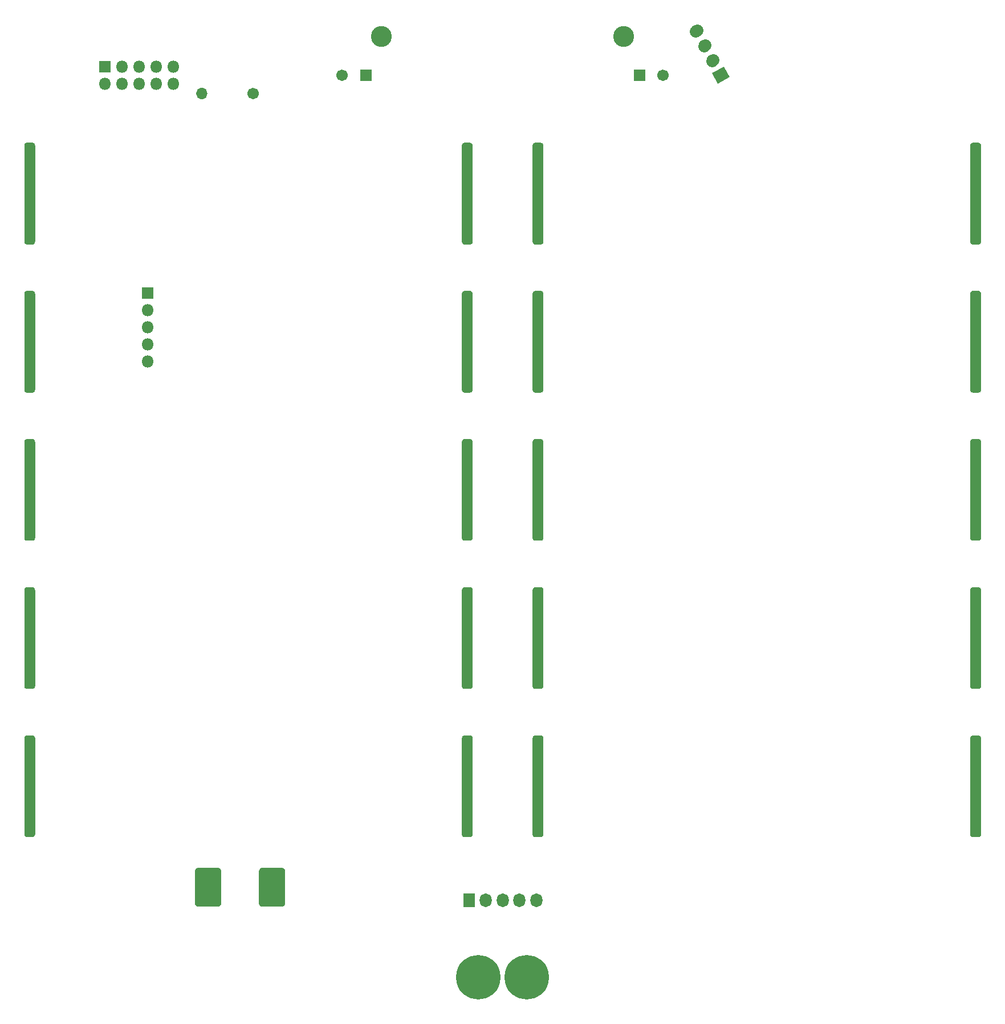
<source format=gbr>
G04 #@! TF.GenerationSoftware,KiCad,Pcbnew,(5.0.0)*
G04 #@! TF.CreationDate,2019-02-19T22:24:29-05:00*
G04 #@! TF.ProjectId,FusIon Pack,467573496F6E205061636B2E6B696361,rev?*
G04 #@! TF.SameCoordinates,Original*
G04 #@! TF.FileFunction,Soldermask,Bot*
G04 #@! TF.FilePolarity,Negative*
%FSLAX46Y46*%
G04 Gerber Fmt 4.6, Leading zero omitted, Abs format (unit mm)*
G04 Created by KiCad (PCBNEW (5.0.0)) date 02/19/19 22:24:29*
%MOMM*%
%LPD*%
G01*
G04 APERTURE LIST*
%ADD10C,0.100000*%
%ADD11C,1.601600*%
%ADD12C,1.701600*%
%ADD13R,1.701600X1.701600*%
%ADD14C,3.901600*%
%ADD15O,1.801600X1.801600*%
%ADD16R,1.801600X1.801600*%
%ADD17C,6.601600*%
%ADD18O,1.701600X1.701600*%
%ADD19O,1.801600X2.051600*%
%ADD20R,1.801600X2.051600*%
%ADD21C,1.801600*%
%ADD22C,1.801600*%
%ADD23C,3.101600*%
G04 APERTURE END LIST*
D10*
G04 #@! TO.C,BT1*
G36*
X44189646Y-137451128D02*
X44228514Y-137456894D01*
X44266630Y-137466441D01*
X44303626Y-137479679D01*
X44339147Y-137496479D01*
X44372850Y-137516680D01*
X44404411Y-137540087D01*
X44433526Y-137566474D01*
X44459913Y-137595589D01*
X44483320Y-137627150D01*
X44503521Y-137660853D01*
X44520321Y-137696374D01*
X44533559Y-137733370D01*
X44543106Y-137771486D01*
X44548872Y-137810354D01*
X44550800Y-137849600D01*
X44550800Y-152150400D01*
X44548872Y-152189646D01*
X44543106Y-152228514D01*
X44533559Y-152266630D01*
X44520321Y-152303626D01*
X44503521Y-152339147D01*
X44483320Y-152372850D01*
X44459913Y-152404411D01*
X44433526Y-152433526D01*
X44404411Y-152459913D01*
X44372850Y-152483320D01*
X44339147Y-152503521D01*
X44303626Y-152520321D01*
X44266630Y-152533559D01*
X44228514Y-152543106D01*
X44189646Y-152548872D01*
X44150400Y-152550800D01*
X43349600Y-152550800D01*
X43310354Y-152548872D01*
X43271486Y-152543106D01*
X43233370Y-152533559D01*
X43196374Y-152520321D01*
X43160853Y-152503521D01*
X43127150Y-152483320D01*
X43095589Y-152459913D01*
X43066474Y-152433526D01*
X43040087Y-152404411D01*
X43016680Y-152372850D01*
X42996479Y-152339147D01*
X42979679Y-152303626D01*
X42966441Y-152266630D01*
X42956894Y-152228514D01*
X42951128Y-152189646D01*
X42949200Y-152150400D01*
X42949200Y-137849600D01*
X42951128Y-137810354D01*
X42956894Y-137771486D01*
X42966441Y-137733370D01*
X42979679Y-137696374D01*
X42996479Y-137660853D01*
X43016680Y-137627150D01*
X43040087Y-137595589D01*
X43066474Y-137566474D01*
X43095589Y-137540087D01*
X43127150Y-137516680D01*
X43160853Y-137496479D01*
X43196374Y-137479679D01*
X43233370Y-137466441D01*
X43271486Y-137456894D01*
X43310354Y-137451128D01*
X43349600Y-137449200D01*
X44150400Y-137449200D01*
X44189646Y-137451128D01*
X44189646Y-137451128D01*
G37*
D11*
X43750000Y-145000000D03*
D10*
G36*
X109189646Y-137451128D02*
X109228514Y-137456894D01*
X109266630Y-137466441D01*
X109303626Y-137479679D01*
X109339147Y-137496479D01*
X109372850Y-137516680D01*
X109404411Y-137540087D01*
X109433526Y-137566474D01*
X109459913Y-137595589D01*
X109483320Y-137627150D01*
X109503521Y-137660853D01*
X109520321Y-137696374D01*
X109533559Y-137733370D01*
X109543106Y-137771486D01*
X109548872Y-137810354D01*
X109550800Y-137849600D01*
X109550800Y-152150400D01*
X109548872Y-152189646D01*
X109543106Y-152228514D01*
X109533559Y-152266630D01*
X109520321Y-152303626D01*
X109503521Y-152339147D01*
X109483320Y-152372850D01*
X109459913Y-152404411D01*
X109433526Y-152433526D01*
X109404411Y-152459913D01*
X109372850Y-152483320D01*
X109339147Y-152503521D01*
X109303626Y-152520321D01*
X109266630Y-152533559D01*
X109228514Y-152543106D01*
X109189646Y-152548872D01*
X109150400Y-152550800D01*
X108349600Y-152550800D01*
X108310354Y-152548872D01*
X108271486Y-152543106D01*
X108233370Y-152533559D01*
X108196374Y-152520321D01*
X108160853Y-152503521D01*
X108127150Y-152483320D01*
X108095589Y-152459913D01*
X108066474Y-152433526D01*
X108040087Y-152404411D01*
X108016680Y-152372850D01*
X107996479Y-152339147D01*
X107979679Y-152303626D01*
X107966441Y-152266630D01*
X107956894Y-152228514D01*
X107951128Y-152189646D01*
X107949200Y-152150400D01*
X107949200Y-137849600D01*
X107951128Y-137810354D01*
X107956894Y-137771486D01*
X107966441Y-137733370D01*
X107979679Y-137696374D01*
X107996479Y-137660853D01*
X108016680Y-137627150D01*
X108040087Y-137595589D01*
X108066474Y-137566474D01*
X108095589Y-137540087D01*
X108127150Y-137516680D01*
X108160853Y-137496479D01*
X108196374Y-137479679D01*
X108233370Y-137466441D01*
X108271486Y-137456894D01*
X108310354Y-137451128D01*
X108349600Y-137449200D01*
X109150400Y-137449200D01*
X109189646Y-137451128D01*
X109189646Y-137451128D01*
G37*
D11*
X108750000Y-145000000D03*
G04 #@! TD*
D10*
G04 #@! TO.C,BT2*
G36*
X109189646Y-115451128D02*
X109228514Y-115456894D01*
X109266630Y-115466441D01*
X109303626Y-115479679D01*
X109339147Y-115496479D01*
X109372850Y-115516680D01*
X109404411Y-115540087D01*
X109433526Y-115566474D01*
X109459913Y-115595589D01*
X109483320Y-115627150D01*
X109503521Y-115660853D01*
X109520321Y-115696374D01*
X109533559Y-115733370D01*
X109543106Y-115771486D01*
X109548872Y-115810354D01*
X109550800Y-115849600D01*
X109550800Y-130150400D01*
X109548872Y-130189646D01*
X109543106Y-130228514D01*
X109533559Y-130266630D01*
X109520321Y-130303626D01*
X109503521Y-130339147D01*
X109483320Y-130372850D01*
X109459913Y-130404411D01*
X109433526Y-130433526D01*
X109404411Y-130459913D01*
X109372850Y-130483320D01*
X109339147Y-130503521D01*
X109303626Y-130520321D01*
X109266630Y-130533559D01*
X109228514Y-130543106D01*
X109189646Y-130548872D01*
X109150400Y-130550800D01*
X108349600Y-130550800D01*
X108310354Y-130548872D01*
X108271486Y-130543106D01*
X108233370Y-130533559D01*
X108196374Y-130520321D01*
X108160853Y-130503521D01*
X108127150Y-130483320D01*
X108095589Y-130459913D01*
X108066474Y-130433526D01*
X108040087Y-130404411D01*
X108016680Y-130372850D01*
X107996479Y-130339147D01*
X107979679Y-130303626D01*
X107966441Y-130266630D01*
X107956894Y-130228514D01*
X107951128Y-130189646D01*
X107949200Y-130150400D01*
X107949200Y-115849600D01*
X107951128Y-115810354D01*
X107956894Y-115771486D01*
X107966441Y-115733370D01*
X107979679Y-115696374D01*
X107996479Y-115660853D01*
X108016680Y-115627150D01*
X108040087Y-115595589D01*
X108066474Y-115566474D01*
X108095589Y-115540087D01*
X108127150Y-115516680D01*
X108160853Y-115496479D01*
X108196374Y-115479679D01*
X108233370Y-115466441D01*
X108271486Y-115456894D01*
X108310354Y-115451128D01*
X108349600Y-115449200D01*
X109150400Y-115449200D01*
X109189646Y-115451128D01*
X109189646Y-115451128D01*
G37*
D11*
X108750000Y-123000000D03*
D10*
G36*
X44189646Y-115451128D02*
X44228514Y-115456894D01*
X44266630Y-115466441D01*
X44303626Y-115479679D01*
X44339147Y-115496479D01*
X44372850Y-115516680D01*
X44404411Y-115540087D01*
X44433526Y-115566474D01*
X44459913Y-115595589D01*
X44483320Y-115627150D01*
X44503521Y-115660853D01*
X44520321Y-115696374D01*
X44533559Y-115733370D01*
X44543106Y-115771486D01*
X44548872Y-115810354D01*
X44550800Y-115849600D01*
X44550800Y-130150400D01*
X44548872Y-130189646D01*
X44543106Y-130228514D01*
X44533559Y-130266630D01*
X44520321Y-130303626D01*
X44503521Y-130339147D01*
X44483320Y-130372850D01*
X44459913Y-130404411D01*
X44433526Y-130433526D01*
X44404411Y-130459913D01*
X44372850Y-130483320D01*
X44339147Y-130503521D01*
X44303626Y-130520321D01*
X44266630Y-130533559D01*
X44228514Y-130543106D01*
X44189646Y-130548872D01*
X44150400Y-130550800D01*
X43349600Y-130550800D01*
X43310354Y-130548872D01*
X43271486Y-130543106D01*
X43233370Y-130533559D01*
X43196374Y-130520321D01*
X43160853Y-130503521D01*
X43127150Y-130483320D01*
X43095589Y-130459913D01*
X43066474Y-130433526D01*
X43040087Y-130404411D01*
X43016680Y-130372850D01*
X42996479Y-130339147D01*
X42979679Y-130303626D01*
X42966441Y-130266630D01*
X42956894Y-130228514D01*
X42951128Y-130189646D01*
X42949200Y-130150400D01*
X42949200Y-115849600D01*
X42951128Y-115810354D01*
X42956894Y-115771486D01*
X42966441Y-115733370D01*
X42979679Y-115696374D01*
X42996479Y-115660853D01*
X43016680Y-115627150D01*
X43040087Y-115595589D01*
X43066474Y-115566474D01*
X43095589Y-115540087D01*
X43127150Y-115516680D01*
X43160853Y-115496479D01*
X43196374Y-115479679D01*
X43233370Y-115466441D01*
X43271486Y-115456894D01*
X43310354Y-115451128D01*
X43349600Y-115449200D01*
X44150400Y-115449200D01*
X44189646Y-115451128D01*
X44189646Y-115451128D01*
G37*
D11*
X43750000Y-123000000D03*
G04 #@! TD*
D10*
G04 #@! TO.C,BT3*
G36*
X44189646Y-93451128D02*
X44228514Y-93456894D01*
X44266630Y-93466441D01*
X44303626Y-93479679D01*
X44339147Y-93496479D01*
X44372850Y-93516680D01*
X44404411Y-93540087D01*
X44433526Y-93566474D01*
X44459913Y-93595589D01*
X44483320Y-93627150D01*
X44503521Y-93660853D01*
X44520321Y-93696374D01*
X44533559Y-93733370D01*
X44543106Y-93771486D01*
X44548872Y-93810354D01*
X44550800Y-93849600D01*
X44550800Y-108150400D01*
X44548872Y-108189646D01*
X44543106Y-108228514D01*
X44533559Y-108266630D01*
X44520321Y-108303626D01*
X44503521Y-108339147D01*
X44483320Y-108372850D01*
X44459913Y-108404411D01*
X44433526Y-108433526D01*
X44404411Y-108459913D01*
X44372850Y-108483320D01*
X44339147Y-108503521D01*
X44303626Y-108520321D01*
X44266630Y-108533559D01*
X44228514Y-108543106D01*
X44189646Y-108548872D01*
X44150400Y-108550800D01*
X43349600Y-108550800D01*
X43310354Y-108548872D01*
X43271486Y-108543106D01*
X43233370Y-108533559D01*
X43196374Y-108520321D01*
X43160853Y-108503521D01*
X43127150Y-108483320D01*
X43095589Y-108459913D01*
X43066474Y-108433526D01*
X43040087Y-108404411D01*
X43016680Y-108372850D01*
X42996479Y-108339147D01*
X42979679Y-108303626D01*
X42966441Y-108266630D01*
X42956894Y-108228514D01*
X42951128Y-108189646D01*
X42949200Y-108150400D01*
X42949200Y-93849600D01*
X42951128Y-93810354D01*
X42956894Y-93771486D01*
X42966441Y-93733370D01*
X42979679Y-93696374D01*
X42996479Y-93660853D01*
X43016680Y-93627150D01*
X43040087Y-93595589D01*
X43066474Y-93566474D01*
X43095589Y-93540087D01*
X43127150Y-93516680D01*
X43160853Y-93496479D01*
X43196374Y-93479679D01*
X43233370Y-93466441D01*
X43271486Y-93456894D01*
X43310354Y-93451128D01*
X43349600Y-93449200D01*
X44150400Y-93449200D01*
X44189646Y-93451128D01*
X44189646Y-93451128D01*
G37*
D11*
X43750000Y-101000000D03*
D10*
G36*
X109189646Y-93451128D02*
X109228514Y-93456894D01*
X109266630Y-93466441D01*
X109303626Y-93479679D01*
X109339147Y-93496479D01*
X109372850Y-93516680D01*
X109404411Y-93540087D01*
X109433526Y-93566474D01*
X109459913Y-93595589D01*
X109483320Y-93627150D01*
X109503521Y-93660853D01*
X109520321Y-93696374D01*
X109533559Y-93733370D01*
X109543106Y-93771486D01*
X109548872Y-93810354D01*
X109550800Y-93849600D01*
X109550800Y-108150400D01*
X109548872Y-108189646D01*
X109543106Y-108228514D01*
X109533559Y-108266630D01*
X109520321Y-108303626D01*
X109503521Y-108339147D01*
X109483320Y-108372850D01*
X109459913Y-108404411D01*
X109433526Y-108433526D01*
X109404411Y-108459913D01*
X109372850Y-108483320D01*
X109339147Y-108503521D01*
X109303626Y-108520321D01*
X109266630Y-108533559D01*
X109228514Y-108543106D01*
X109189646Y-108548872D01*
X109150400Y-108550800D01*
X108349600Y-108550800D01*
X108310354Y-108548872D01*
X108271486Y-108543106D01*
X108233370Y-108533559D01*
X108196374Y-108520321D01*
X108160853Y-108503521D01*
X108127150Y-108483320D01*
X108095589Y-108459913D01*
X108066474Y-108433526D01*
X108040087Y-108404411D01*
X108016680Y-108372850D01*
X107996479Y-108339147D01*
X107979679Y-108303626D01*
X107966441Y-108266630D01*
X107956894Y-108228514D01*
X107951128Y-108189646D01*
X107949200Y-108150400D01*
X107949200Y-93849600D01*
X107951128Y-93810354D01*
X107956894Y-93771486D01*
X107966441Y-93733370D01*
X107979679Y-93696374D01*
X107996479Y-93660853D01*
X108016680Y-93627150D01*
X108040087Y-93595589D01*
X108066474Y-93566474D01*
X108095589Y-93540087D01*
X108127150Y-93516680D01*
X108160853Y-93496479D01*
X108196374Y-93479679D01*
X108233370Y-93466441D01*
X108271486Y-93456894D01*
X108310354Y-93451128D01*
X108349600Y-93449200D01*
X109150400Y-93449200D01*
X109189646Y-93451128D01*
X109189646Y-93451128D01*
G37*
D11*
X108750000Y-101000000D03*
G04 #@! TD*
D10*
G04 #@! TO.C,BT4*
G36*
X109189646Y-71451128D02*
X109228514Y-71456894D01*
X109266630Y-71466441D01*
X109303626Y-71479679D01*
X109339147Y-71496479D01*
X109372850Y-71516680D01*
X109404411Y-71540087D01*
X109433526Y-71566474D01*
X109459913Y-71595589D01*
X109483320Y-71627150D01*
X109503521Y-71660853D01*
X109520321Y-71696374D01*
X109533559Y-71733370D01*
X109543106Y-71771486D01*
X109548872Y-71810354D01*
X109550800Y-71849600D01*
X109550800Y-86150400D01*
X109548872Y-86189646D01*
X109543106Y-86228514D01*
X109533559Y-86266630D01*
X109520321Y-86303626D01*
X109503521Y-86339147D01*
X109483320Y-86372850D01*
X109459913Y-86404411D01*
X109433526Y-86433526D01*
X109404411Y-86459913D01*
X109372850Y-86483320D01*
X109339147Y-86503521D01*
X109303626Y-86520321D01*
X109266630Y-86533559D01*
X109228514Y-86543106D01*
X109189646Y-86548872D01*
X109150400Y-86550800D01*
X108349600Y-86550800D01*
X108310354Y-86548872D01*
X108271486Y-86543106D01*
X108233370Y-86533559D01*
X108196374Y-86520321D01*
X108160853Y-86503521D01*
X108127150Y-86483320D01*
X108095589Y-86459913D01*
X108066474Y-86433526D01*
X108040087Y-86404411D01*
X108016680Y-86372850D01*
X107996479Y-86339147D01*
X107979679Y-86303626D01*
X107966441Y-86266630D01*
X107956894Y-86228514D01*
X107951128Y-86189646D01*
X107949200Y-86150400D01*
X107949200Y-71849600D01*
X107951128Y-71810354D01*
X107956894Y-71771486D01*
X107966441Y-71733370D01*
X107979679Y-71696374D01*
X107996479Y-71660853D01*
X108016680Y-71627150D01*
X108040087Y-71595589D01*
X108066474Y-71566474D01*
X108095589Y-71540087D01*
X108127150Y-71516680D01*
X108160853Y-71496479D01*
X108196374Y-71479679D01*
X108233370Y-71466441D01*
X108271486Y-71456894D01*
X108310354Y-71451128D01*
X108349600Y-71449200D01*
X109150400Y-71449200D01*
X109189646Y-71451128D01*
X109189646Y-71451128D01*
G37*
D11*
X108750000Y-79000000D03*
D10*
G36*
X44189646Y-71451128D02*
X44228514Y-71456894D01*
X44266630Y-71466441D01*
X44303626Y-71479679D01*
X44339147Y-71496479D01*
X44372850Y-71516680D01*
X44404411Y-71540087D01*
X44433526Y-71566474D01*
X44459913Y-71595589D01*
X44483320Y-71627150D01*
X44503521Y-71660853D01*
X44520321Y-71696374D01*
X44533559Y-71733370D01*
X44543106Y-71771486D01*
X44548872Y-71810354D01*
X44550800Y-71849600D01*
X44550800Y-86150400D01*
X44548872Y-86189646D01*
X44543106Y-86228514D01*
X44533559Y-86266630D01*
X44520321Y-86303626D01*
X44503521Y-86339147D01*
X44483320Y-86372850D01*
X44459913Y-86404411D01*
X44433526Y-86433526D01*
X44404411Y-86459913D01*
X44372850Y-86483320D01*
X44339147Y-86503521D01*
X44303626Y-86520321D01*
X44266630Y-86533559D01*
X44228514Y-86543106D01*
X44189646Y-86548872D01*
X44150400Y-86550800D01*
X43349600Y-86550800D01*
X43310354Y-86548872D01*
X43271486Y-86543106D01*
X43233370Y-86533559D01*
X43196374Y-86520321D01*
X43160853Y-86503521D01*
X43127150Y-86483320D01*
X43095589Y-86459913D01*
X43066474Y-86433526D01*
X43040087Y-86404411D01*
X43016680Y-86372850D01*
X42996479Y-86339147D01*
X42979679Y-86303626D01*
X42966441Y-86266630D01*
X42956894Y-86228514D01*
X42951128Y-86189646D01*
X42949200Y-86150400D01*
X42949200Y-71849600D01*
X42951128Y-71810354D01*
X42956894Y-71771486D01*
X42966441Y-71733370D01*
X42979679Y-71696374D01*
X42996479Y-71660853D01*
X43016680Y-71627150D01*
X43040087Y-71595589D01*
X43066474Y-71566474D01*
X43095589Y-71540087D01*
X43127150Y-71516680D01*
X43160853Y-71496479D01*
X43196374Y-71479679D01*
X43233370Y-71466441D01*
X43271486Y-71456894D01*
X43310354Y-71451128D01*
X43349600Y-71449200D01*
X44150400Y-71449200D01*
X44189646Y-71451128D01*
X44189646Y-71451128D01*
G37*
D11*
X43750000Y-79000000D03*
G04 #@! TD*
D10*
G04 #@! TO.C,BT5*
G36*
X44189646Y-49451128D02*
X44228514Y-49456894D01*
X44266630Y-49466441D01*
X44303626Y-49479679D01*
X44339147Y-49496479D01*
X44372850Y-49516680D01*
X44404411Y-49540087D01*
X44433526Y-49566474D01*
X44459913Y-49595589D01*
X44483320Y-49627150D01*
X44503521Y-49660853D01*
X44520321Y-49696374D01*
X44533559Y-49733370D01*
X44543106Y-49771486D01*
X44548872Y-49810354D01*
X44550800Y-49849600D01*
X44550800Y-64150400D01*
X44548872Y-64189646D01*
X44543106Y-64228514D01*
X44533559Y-64266630D01*
X44520321Y-64303626D01*
X44503521Y-64339147D01*
X44483320Y-64372850D01*
X44459913Y-64404411D01*
X44433526Y-64433526D01*
X44404411Y-64459913D01*
X44372850Y-64483320D01*
X44339147Y-64503521D01*
X44303626Y-64520321D01*
X44266630Y-64533559D01*
X44228514Y-64543106D01*
X44189646Y-64548872D01*
X44150400Y-64550800D01*
X43349600Y-64550800D01*
X43310354Y-64548872D01*
X43271486Y-64543106D01*
X43233370Y-64533559D01*
X43196374Y-64520321D01*
X43160853Y-64503521D01*
X43127150Y-64483320D01*
X43095589Y-64459913D01*
X43066474Y-64433526D01*
X43040087Y-64404411D01*
X43016680Y-64372850D01*
X42996479Y-64339147D01*
X42979679Y-64303626D01*
X42966441Y-64266630D01*
X42956894Y-64228514D01*
X42951128Y-64189646D01*
X42949200Y-64150400D01*
X42949200Y-49849600D01*
X42951128Y-49810354D01*
X42956894Y-49771486D01*
X42966441Y-49733370D01*
X42979679Y-49696374D01*
X42996479Y-49660853D01*
X43016680Y-49627150D01*
X43040087Y-49595589D01*
X43066474Y-49566474D01*
X43095589Y-49540087D01*
X43127150Y-49516680D01*
X43160853Y-49496479D01*
X43196374Y-49479679D01*
X43233370Y-49466441D01*
X43271486Y-49456894D01*
X43310354Y-49451128D01*
X43349600Y-49449200D01*
X44150400Y-49449200D01*
X44189646Y-49451128D01*
X44189646Y-49451128D01*
G37*
D11*
X43750000Y-57000000D03*
D10*
G36*
X109189646Y-49451128D02*
X109228514Y-49456894D01*
X109266630Y-49466441D01*
X109303626Y-49479679D01*
X109339147Y-49496479D01*
X109372850Y-49516680D01*
X109404411Y-49540087D01*
X109433526Y-49566474D01*
X109459913Y-49595589D01*
X109483320Y-49627150D01*
X109503521Y-49660853D01*
X109520321Y-49696374D01*
X109533559Y-49733370D01*
X109543106Y-49771486D01*
X109548872Y-49810354D01*
X109550800Y-49849600D01*
X109550800Y-64150400D01*
X109548872Y-64189646D01*
X109543106Y-64228514D01*
X109533559Y-64266630D01*
X109520321Y-64303626D01*
X109503521Y-64339147D01*
X109483320Y-64372850D01*
X109459913Y-64404411D01*
X109433526Y-64433526D01*
X109404411Y-64459913D01*
X109372850Y-64483320D01*
X109339147Y-64503521D01*
X109303626Y-64520321D01*
X109266630Y-64533559D01*
X109228514Y-64543106D01*
X109189646Y-64548872D01*
X109150400Y-64550800D01*
X108349600Y-64550800D01*
X108310354Y-64548872D01*
X108271486Y-64543106D01*
X108233370Y-64533559D01*
X108196374Y-64520321D01*
X108160853Y-64503521D01*
X108127150Y-64483320D01*
X108095589Y-64459913D01*
X108066474Y-64433526D01*
X108040087Y-64404411D01*
X108016680Y-64372850D01*
X107996479Y-64339147D01*
X107979679Y-64303626D01*
X107966441Y-64266630D01*
X107956894Y-64228514D01*
X107951128Y-64189646D01*
X107949200Y-64150400D01*
X107949200Y-49849600D01*
X107951128Y-49810354D01*
X107956894Y-49771486D01*
X107966441Y-49733370D01*
X107979679Y-49696374D01*
X107996479Y-49660853D01*
X108016680Y-49627150D01*
X108040087Y-49595589D01*
X108066474Y-49566474D01*
X108095589Y-49540087D01*
X108127150Y-49516680D01*
X108160853Y-49496479D01*
X108196374Y-49479679D01*
X108233370Y-49466441D01*
X108271486Y-49456894D01*
X108310354Y-49451128D01*
X108349600Y-49449200D01*
X109150400Y-49449200D01*
X109189646Y-49451128D01*
X109189646Y-49451128D01*
G37*
D11*
X108750000Y-57000000D03*
G04 #@! TD*
D10*
G04 #@! TO.C,BT6*
G36*
X119689646Y-49451128D02*
X119728514Y-49456894D01*
X119766630Y-49466441D01*
X119803626Y-49479679D01*
X119839147Y-49496479D01*
X119872850Y-49516680D01*
X119904411Y-49540087D01*
X119933526Y-49566474D01*
X119959913Y-49595589D01*
X119983320Y-49627150D01*
X120003521Y-49660853D01*
X120020321Y-49696374D01*
X120033559Y-49733370D01*
X120043106Y-49771486D01*
X120048872Y-49810354D01*
X120050800Y-49849600D01*
X120050800Y-64150400D01*
X120048872Y-64189646D01*
X120043106Y-64228514D01*
X120033559Y-64266630D01*
X120020321Y-64303626D01*
X120003521Y-64339147D01*
X119983320Y-64372850D01*
X119959913Y-64404411D01*
X119933526Y-64433526D01*
X119904411Y-64459913D01*
X119872850Y-64483320D01*
X119839147Y-64503521D01*
X119803626Y-64520321D01*
X119766630Y-64533559D01*
X119728514Y-64543106D01*
X119689646Y-64548872D01*
X119650400Y-64550800D01*
X118849600Y-64550800D01*
X118810354Y-64548872D01*
X118771486Y-64543106D01*
X118733370Y-64533559D01*
X118696374Y-64520321D01*
X118660853Y-64503521D01*
X118627150Y-64483320D01*
X118595589Y-64459913D01*
X118566474Y-64433526D01*
X118540087Y-64404411D01*
X118516680Y-64372850D01*
X118496479Y-64339147D01*
X118479679Y-64303626D01*
X118466441Y-64266630D01*
X118456894Y-64228514D01*
X118451128Y-64189646D01*
X118449200Y-64150400D01*
X118449200Y-49849600D01*
X118451128Y-49810354D01*
X118456894Y-49771486D01*
X118466441Y-49733370D01*
X118479679Y-49696374D01*
X118496479Y-49660853D01*
X118516680Y-49627150D01*
X118540087Y-49595589D01*
X118566474Y-49566474D01*
X118595589Y-49540087D01*
X118627150Y-49516680D01*
X118660853Y-49496479D01*
X118696374Y-49479679D01*
X118733370Y-49466441D01*
X118771486Y-49456894D01*
X118810354Y-49451128D01*
X118849600Y-49449200D01*
X119650400Y-49449200D01*
X119689646Y-49451128D01*
X119689646Y-49451128D01*
G37*
D11*
X119250000Y-57000000D03*
D10*
G36*
X184689646Y-49451128D02*
X184728514Y-49456894D01*
X184766630Y-49466441D01*
X184803626Y-49479679D01*
X184839147Y-49496479D01*
X184872850Y-49516680D01*
X184904411Y-49540087D01*
X184933526Y-49566474D01*
X184959913Y-49595589D01*
X184983320Y-49627150D01*
X185003521Y-49660853D01*
X185020321Y-49696374D01*
X185033559Y-49733370D01*
X185043106Y-49771486D01*
X185048872Y-49810354D01*
X185050800Y-49849600D01*
X185050800Y-64150400D01*
X185048872Y-64189646D01*
X185043106Y-64228514D01*
X185033559Y-64266630D01*
X185020321Y-64303626D01*
X185003521Y-64339147D01*
X184983320Y-64372850D01*
X184959913Y-64404411D01*
X184933526Y-64433526D01*
X184904411Y-64459913D01*
X184872850Y-64483320D01*
X184839147Y-64503521D01*
X184803626Y-64520321D01*
X184766630Y-64533559D01*
X184728514Y-64543106D01*
X184689646Y-64548872D01*
X184650400Y-64550800D01*
X183849600Y-64550800D01*
X183810354Y-64548872D01*
X183771486Y-64543106D01*
X183733370Y-64533559D01*
X183696374Y-64520321D01*
X183660853Y-64503521D01*
X183627150Y-64483320D01*
X183595589Y-64459913D01*
X183566474Y-64433526D01*
X183540087Y-64404411D01*
X183516680Y-64372850D01*
X183496479Y-64339147D01*
X183479679Y-64303626D01*
X183466441Y-64266630D01*
X183456894Y-64228514D01*
X183451128Y-64189646D01*
X183449200Y-64150400D01*
X183449200Y-49849600D01*
X183451128Y-49810354D01*
X183456894Y-49771486D01*
X183466441Y-49733370D01*
X183479679Y-49696374D01*
X183496479Y-49660853D01*
X183516680Y-49627150D01*
X183540087Y-49595589D01*
X183566474Y-49566474D01*
X183595589Y-49540087D01*
X183627150Y-49516680D01*
X183660853Y-49496479D01*
X183696374Y-49479679D01*
X183733370Y-49466441D01*
X183771486Y-49456894D01*
X183810354Y-49451128D01*
X183849600Y-49449200D01*
X184650400Y-49449200D01*
X184689646Y-49451128D01*
X184689646Y-49451128D01*
G37*
D11*
X184250000Y-57000000D03*
G04 #@! TD*
D10*
G04 #@! TO.C,BT7*
G36*
X184689646Y-71451128D02*
X184728514Y-71456894D01*
X184766630Y-71466441D01*
X184803626Y-71479679D01*
X184839147Y-71496479D01*
X184872850Y-71516680D01*
X184904411Y-71540087D01*
X184933526Y-71566474D01*
X184959913Y-71595589D01*
X184983320Y-71627150D01*
X185003521Y-71660853D01*
X185020321Y-71696374D01*
X185033559Y-71733370D01*
X185043106Y-71771486D01*
X185048872Y-71810354D01*
X185050800Y-71849600D01*
X185050800Y-86150400D01*
X185048872Y-86189646D01*
X185043106Y-86228514D01*
X185033559Y-86266630D01*
X185020321Y-86303626D01*
X185003521Y-86339147D01*
X184983320Y-86372850D01*
X184959913Y-86404411D01*
X184933526Y-86433526D01*
X184904411Y-86459913D01*
X184872850Y-86483320D01*
X184839147Y-86503521D01*
X184803626Y-86520321D01*
X184766630Y-86533559D01*
X184728514Y-86543106D01*
X184689646Y-86548872D01*
X184650400Y-86550800D01*
X183849600Y-86550800D01*
X183810354Y-86548872D01*
X183771486Y-86543106D01*
X183733370Y-86533559D01*
X183696374Y-86520321D01*
X183660853Y-86503521D01*
X183627150Y-86483320D01*
X183595589Y-86459913D01*
X183566474Y-86433526D01*
X183540087Y-86404411D01*
X183516680Y-86372850D01*
X183496479Y-86339147D01*
X183479679Y-86303626D01*
X183466441Y-86266630D01*
X183456894Y-86228514D01*
X183451128Y-86189646D01*
X183449200Y-86150400D01*
X183449200Y-71849600D01*
X183451128Y-71810354D01*
X183456894Y-71771486D01*
X183466441Y-71733370D01*
X183479679Y-71696374D01*
X183496479Y-71660853D01*
X183516680Y-71627150D01*
X183540087Y-71595589D01*
X183566474Y-71566474D01*
X183595589Y-71540087D01*
X183627150Y-71516680D01*
X183660853Y-71496479D01*
X183696374Y-71479679D01*
X183733370Y-71466441D01*
X183771486Y-71456894D01*
X183810354Y-71451128D01*
X183849600Y-71449200D01*
X184650400Y-71449200D01*
X184689646Y-71451128D01*
X184689646Y-71451128D01*
G37*
D11*
X184250000Y-79000000D03*
D10*
G36*
X119689646Y-71451128D02*
X119728514Y-71456894D01*
X119766630Y-71466441D01*
X119803626Y-71479679D01*
X119839147Y-71496479D01*
X119872850Y-71516680D01*
X119904411Y-71540087D01*
X119933526Y-71566474D01*
X119959913Y-71595589D01*
X119983320Y-71627150D01*
X120003521Y-71660853D01*
X120020321Y-71696374D01*
X120033559Y-71733370D01*
X120043106Y-71771486D01*
X120048872Y-71810354D01*
X120050800Y-71849600D01*
X120050800Y-86150400D01*
X120048872Y-86189646D01*
X120043106Y-86228514D01*
X120033559Y-86266630D01*
X120020321Y-86303626D01*
X120003521Y-86339147D01*
X119983320Y-86372850D01*
X119959913Y-86404411D01*
X119933526Y-86433526D01*
X119904411Y-86459913D01*
X119872850Y-86483320D01*
X119839147Y-86503521D01*
X119803626Y-86520321D01*
X119766630Y-86533559D01*
X119728514Y-86543106D01*
X119689646Y-86548872D01*
X119650400Y-86550800D01*
X118849600Y-86550800D01*
X118810354Y-86548872D01*
X118771486Y-86543106D01*
X118733370Y-86533559D01*
X118696374Y-86520321D01*
X118660853Y-86503521D01*
X118627150Y-86483320D01*
X118595589Y-86459913D01*
X118566474Y-86433526D01*
X118540087Y-86404411D01*
X118516680Y-86372850D01*
X118496479Y-86339147D01*
X118479679Y-86303626D01*
X118466441Y-86266630D01*
X118456894Y-86228514D01*
X118451128Y-86189646D01*
X118449200Y-86150400D01*
X118449200Y-71849600D01*
X118451128Y-71810354D01*
X118456894Y-71771486D01*
X118466441Y-71733370D01*
X118479679Y-71696374D01*
X118496479Y-71660853D01*
X118516680Y-71627150D01*
X118540087Y-71595589D01*
X118566474Y-71566474D01*
X118595589Y-71540087D01*
X118627150Y-71516680D01*
X118660853Y-71496479D01*
X118696374Y-71479679D01*
X118733370Y-71466441D01*
X118771486Y-71456894D01*
X118810354Y-71451128D01*
X118849600Y-71449200D01*
X119650400Y-71449200D01*
X119689646Y-71451128D01*
X119689646Y-71451128D01*
G37*
D11*
X119250000Y-79000000D03*
G04 #@! TD*
D10*
G04 #@! TO.C,BT8*
G36*
X119689646Y-93451128D02*
X119728514Y-93456894D01*
X119766630Y-93466441D01*
X119803626Y-93479679D01*
X119839147Y-93496479D01*
X119872850Y-93516680D01*
X119904411Y-93540087D01*
X119933526Y-93566474D01*
X119959913Y-93595589D01*
X119983320Y-93627150D01*
X120003521Y-93660853D01*
X120020321Y-93696374D01*
X120033559Y-93733370D01*
X120043106Y-93771486D01*
X120048872Y-93810354D01*
X120050800Y-93849600D01*
X120050800Y-108150400D01*
X120048872Y-108189646D01*
X120043106Y-108228514D01*
X120033559Y-108266630D01*
X120020321Y-108303626D01*
X120003521Y-108339147D01*
X119983320Y-108372850D01*
X119959913Y-108404411D01*
X119933526Y-108433526D01*
X119904411Y-108459913D01*
X119872850Y-108483320D01*
X119839147Y-108503521D01*
X119803626Y-108520321D01*
X119766630Y-108533559D01*
X119728514Y-108543106D01*
X119689646Y-108548872D01*
X119650400Y-108550800D01*
X118849600Y-108550800D01*
X118810354Y-108548872D01*
X118771486Y-108543106D01*
X118733370Y-108533559D01*
X118696374Y-108520321D01*
X118660853Y-108503521D01*
X118627150Y-108483320D01*
X118595589Y-108459913D01*
X118566474Y-108433526D01*
X118540087Y-108404411D01*
X118516680Y-108372850D01*
X118496479Y-108339147D01*
X118479679Y-108303626D01*
X118466441Y-108266630D01*
X118456894Y-108228514D01*
X118451128Y-108189646D01*
X118449200Y-108150400D01*
X118449200Y-93849600D01*
X118451128Y-93810354D01*
X118456894Y-93771486D01*
X118466441Y-93733370D01*
X118479679Y-93696374D01*
X118496479Y-93660853D01*
X118516680Y-93627150D01*
X118540087Y-93595589D01*
X118566474Y-93566474D01*
X118595589Y-93540087D01*
X118627150Y-93516680D01*
X118660853Y-93496479D01*
X118696374Y-93479679D01*
X118733370Y-93466441D01*
X118771486Y-93456894D01*
X118810354Y-93451128D01*
X118849600Y-93449200D01*
X119650400Y-93449200D01*
X119689646Y-93451128D01*
X119689646Y-93451128D01*
G37*
D11*
X119250000Y-101000000D03*
D10*
G36*
X184689646Y-93451128D02*
X184728514Y-93456894D01*
X184766630Y-93466441D01*
X184803626Y-93479679D01*
X184839147Y-93496479D01*
X184872850Y-93516680D01*
X184904411Y-93540087D01*
X184933526Y-93566474D01*
X184959913Y-93595589D01*
X184983320Y-93627150D01*
X185003521Y-93660853D01*
X185020321Y-93696374D01*
X185033559Y-93733370D01*
X185043106Y-93771486D01*
X185048872Y-93810354D01*
X185050800Y-93849600D01*
X185050800Y-108150400D01*
X185048872Y-108189646D01*
X185043106Y-108228514D01*
X185033559Y-108266630D01*
X185020321Y-108303626D01*
X185003521Y-108339147D01*
X184983320Y-108372850D01*
X184959913Y-108404411D01*
X184933526Y-108433526D01*
X184904411Y-108459913D01*
X184872850Y-108483320D01*
X184839147Y-108503521D01*
X184803626Y-108520321D01*
X184766630Y-108533559D01*
X184728514Y-108543106D01*
X184689646Y-108548872D01*
X184650400Y-108550800D01*
X183849600Y-108550800D01*
X183810354Y-108548872D01*
X183771486Y-108543106D01*
X183733370Y-108533559D01*
X183696374Y-108520321D01*
X183660853Y-108503521D01*
X183627150Y-108483320D01*
X183595589Y-108459913D01*
X183566474Y-108433526D01*
X183540087Y-108404411D01*
X183516680Y-108372850D01*
X183496479Y-108339147D01*
X183479679Y-108303626D01*
X183466441Y-108266630D01*
X183456894Y-108228514D01*
X183451128Y-108189646D01*
X183449200Y-108150400D01*
X183449200Y-93849600D01*
X183451128Y-93810354D01*
X183456894Y-93771486D01*
X183466441Y-93733370D01*
X183479679Y-93696374D01*
X183496479Y-93660853D01*
X183516680Y-93627150D01*
X183540087Y-93595589D01*
X183566474Y-93566474D01*
X183595589Y-93540087D01*
X183627150Y-93516680D01*
X183660853Y-93496479D01*
X183696374Y-93479679D01*
X183733370Y-93466441D01*
X183771486Y-93456894D01*
X183810354Y-93451128D01*
X183849600Y-93449200D01*
X184650400Y-93449200D01*
X184689646Y-93451128D01*
X184689646Y-93451128D01*
G37*
D11*
X184250000Y-101000000D03*
G04 #@! TD*
D10*
G04 #@! TO.C,BT9*
G36*
X184689646Y-115451128D02*
X184728514Y-115456894D01*
X184766630Y-115466441D01*
X184803626Y-115479679D01*
X184839147Y-115496479D01*
X184872850Y-115516680D01*
X184904411Y-115540087D01*
X184933526Y-115566474D01*
X184959913Y-115595589D01*
X184983320Y-115627150D01*
X185003521Y-115660853D01*
X185020321Y-115696374D01*
X185033559Y-115733370D01*
X185043106Y-115771486D01*
X185048872Y-115810354D01*
X185050800Y-115849600D01*
X185050800Y-130150400D01*
X185048872Y-130189646D01*
X185043106Y-130228514D01*
X185033559Y-130266630D01*
X185020321Y-130303626D01*
X185003521Y-130339147D01*
X184983320Y-130372850D01*
X184959913Y-130404411D01*
X184933526Y-130433526D01*
X184904411Y-130459913D01*
X184872850Y-130483320D01*
X184839147Y-130503521D01*
X184803626Y-130520321D01*
X184766630Y-130533559D01*
X184728514Y-130543106D01*
X184689646Y-130548872D01*
X184650400Y-130550800D01*
X183849600Y-130550800D01*
X183810354Y-130548872D01*
X183771486Y-130543106D01*
X183733370Y-130533559D01*
X183696374Y-130520321D01*
X183660853Y-130503521D01*
X183627150Y-130483320D01*
X183595589Y-130459913D01*
X183566474Y-130433526D01*
X183540087Y-130404411D01*
X183516680Y-130372850D01*
X183496479Y-130339147D01*
X183479679Y-130303626D01*
X183466441Y-130266630D01*
X183456894Y-130228514D01*
X183451128Y-130189646D01*
X183449200Y-130150400D01*
X183449200Y-115849600D01*
X183451128Y-115810354D01*
X183456894Y-115771486D01*
X183466441Y-115733370D01*
X183479679Y-115696374D01*
X183496479Y-115660853D01*
X183516680Y-115627150D01*
X183540087Y-115595589D01*
X183566474Y-115566474D01*
X183595589Y-115540087D01*
X183627150Y-115516680D01*
X183660853Y-115496479D01*
X183696374Y-115479679D01*
X183733370Y-115466441D01*
X183771486Y-115456894D01*
X183810354Y-115451128D01*
X183849600Y-115449200D01*
X184650400Y-115449200D01*
X184689646Y-115451128D01*
X184689646Y-115451128D01*
G37*
D11*
X184250000Y-123000000D03*
D10*
G36*
X119689646Y-115451128D02*
X119728514Y-115456894D01*
X119766630Y-115466441D01*
X119803626Y-115479679D01*
X119839147Y-115496479D01*
X119872850Y-115516680D01*
X119904411Y-115540087D01*
X119933526Y-115566474D01*
X119959913Y-115595589D01*
X119983320Y-115627150D01*
X120003521Y-115660853D01*
X120020321Y-115696374D01*
X120033559Y-115733370D01*
X120043106Y-115771486D01*
X120048872Y-115810354D01*
X120050800Y-115849600D01*
X120050800Y-130150400D01*
X120048872Y-130189646D01*
X120043106Y-130228514D01*
X120033559Y-130266630D01*
X120020321Y-130303626D01*
X120003521Y-130339147D01*
X119983320Y-130372850D01*
X119959913Y-130404411D01*
X119933526Y-130433526D01*
X119904411Y-130459913D01*
X119872850Y-130483320D01*
X119839147Y-130503521D01*
X119803626Y-130520321D01*
X119766630Y-130533559D01*
X119728514Y-130543106D01*
X119689646Y-130548872D01*
X119650400Y-130550800D01*
X118849600Y-130550800D01*
X118810354Y-130548872D01*
X118771486Y-130543106D01*
X118733370Y-130533559D01*
X118696374Y-130520321D01*
X118660853Y-130503521D01*
X118627150Y-130483320D01*
X118595589Y-130459913D01*
X118566474Y-130433526D01*
X118540087Y-130404411D01*
X118516680Y-130372850D01*
X118496479Y-130339147D01*
X118479679Y-130303626D01*
X118466441Y-130266630D01*
X118456894Y-130228514D01*
X118451128Y-130189646D01*
X118449200Y-130150400D01*
X118449200Y-115849600D01*
X118451128Y-115810354D01*
X118456894Y-115771486D01*
X118466441Y-115733370D01*
X118479679Y-115696374D01*
X118496479Y-115660853D01*
X118516680Y-115627150D01*
X118540087Y-115595589D01*
X118566474Y-115566474D01*
X118595589Y-115540087D01*
X118627150Y-115516680D01*
X118660853Y-115496479D01*
X118696374Y-115479679D01*
X118733370Y-115466441D01*
X118771486Y-115456894D01*
X118810354Y-115451128D01*
X118849600Y-115449200D01*
X119650400Y-115449200D01*
X119689646Y-115451128D01*
X119689646Y-115451128D01*
G37*
D11*
X119250000Y-123000000D03*
G04 #@! TD*
D10*
G04 #@! TO.C,BT10*
G36*
X119689646Y-137451128D02*
X119728514Y-137456894D01*
X119766630Y-137466441D01*
X119803626Y-137479679D01*
X119839147Y-137496479D01*
X119872850Y-137516680D01*
X119904411Y-137540087D01*
X119933526Y-137566474D01*
X119959913Y-137595589D01*
X119983320Y-137627150D01*
X120003521Y-137660853D01*
X120020321Y-137696374D01*
X120033559Y-137733370D01*
X120043106Y-137771486D01*
X120048872Y-137810354D01*
X120050800Y-137849600D01*
X120050800Y-152150400D01*
X120048872Y-152189646D01*
X120043106Y-152228514D01*
X120033559Y-152266630D01*
X120020321Y-152303626D01*
X120003521Y-152339147D01*
X119983320Y-152372850D01*
X119959913Y-152404411D01*
X119933526Y-152433526D01*
X119904411Y-152459913D01*
X119872850Y-152483320D01*
X119839147Y-152503521D01*
X119803626Y-152520321D01*
X119766630Y-152533559D01*
X119728514Y-152543106D01*
X119689646Y-152548872D01*
X119650400Y-152550800D01*
X118849600Y-152550800D01*
X118810354Y-152548872D01*
X118771486Y-152543106D01*
X118733370Y-152533559D01*
X118696374Y-152520321D01*
X118660853Y-152503521D01*
X118627150Y-152483320D01*
X118595589Y-152459913D01*
X118566474Y-152433526D01*
X118540087Y-152404411D01*
X118516680Y-152372850D01*
X118496479Y-152339147D01*
X118479679Y-152303626D01*
X118466441Y-152266630D01*
X118456894Y-152228514D01*
X118451128Y-152189646D01*
X118449200Y-152150400D01*
X118449200Y-137849600D01*
X118451128Y-137810354D01*
X118456894Y-137771486D01*
X118466441Y-137733370D01*
X118479679Y-137696374D01*
X118496479Y-137660853D01*
X118516680Y-137627150D01*
X118540087Y-137595589D01*
X118566474Y-137566474D01*
X118595589Y-137540087D01*
X118627150Y-137516680D01*
X118660853Y-137496479D01*
X118696374Y-137479679D01*
X118733370Y-137466441D01*
X118771486Y-137456894D01*
X118810354Y-137451128D01*
X118849600Y-137449200D01*
X119650400Y-137449200D01*
X119689646Y-137451128D01*
X119689646Y-137451128D01*
G37*
D11*
X119250000Y-145000000D03*
D10*
G36*
X184689646Y-137451128D02*
X184728514Y-137456894D01*
X184766630Y-137466441D01*
X184803626Y-137479679D01*
X184839147Y-137496479D01*
X184872850Y-137516680D01*
X184904411Y-137540087D01*
X184933526Y-137566474D01*
X184959913Y-137595589D01*
X184983320Y-137627150D01*
X185003521Y-137660853D01*
X185020321Y-137696374D01*
X185033559Y-137733370D01*
X185043106Y-137771486D01*
X185048872Y-137810354D01*
X185050800Y-137849600D01*
X185050800Y-152150400D01*
X185048872Y-152189646D01*
X185043106Y-152228514D01*
X185033559Y-152266630D01*
X185020321Y-152303626D01*
X185003521Y-152339147D01*
X184983320Y-152372850D01*
X184959913Y-152404411D01*
X184933526Y-152433526D01*
X184904411Y-152459913D01*
X184872850Y-152483320D01*
X184839147Y-152503521D01*
X184803626Y-152520321D01*
X184766630Y-152533559D01*
X184728514Y-152543106D01*
X184689646Y-152548872D01*
X184650400Y-152550800D01*
X183849600Y-152550800D01*
X183810354Y-152548872D01*
X183771486Y-152543106D01*
X183733370Y-152533559D01*
X183696374Y-152520321D01*
X183660853Y-152503521D01*
X183627150Y-152483320D01*
X183595589Y-152459913D01*
X183566474Y-152433526D01*
X183540087Y-152404411D01*
X183516680Y-152372850D01*
X183496479Y-152339147D01*
X183479679Y-152303626D01*
X183466441Y-152266630D01*
X183456894Y-152228514D01*
X183451128Y-152189646D01*
X183449200Y-152150400D01*
X183449200Y-137849600D01*
X183451128Y-137810354D01*
X183456894Y-137771486D01*
X183466441Y-137733370D01*
X183479679Y-137696374D01*
X183496479Y-137660853D01*
X183516680Y-137627150D01*
X183540087Y-137595589D01*
X183566474Y-137566474D01*
X183595589Y-137540087D01*
X183627150Y-137516680D01*
X183660853Y-137496479D01*
X183696374Y-137479679D01*
X183733370Y-137466441D01*
X183771486Y-137456894D01*
X183810354Y-137451128D01*
X183849600Y-137449200D01*
X184650400Y-137449200D01*
X184689646Y-137451128D01*
X184689646Y-137451128D01*
G37*
D11*
X184250000Y-145000000D03*
G04 #@! TD*
D12*
G04 #@! TO.C,C52*
X90180000Y-39405000D03*
D13*
X93680000Y-39405000D03*
G04 #@! TD*
D12*
G04 #@! TO.C,C57*
X137820000Y-39405000D03*
D13*
X134320000Y-39405000D03*
G04 #@! TD*
D10*
G04 #@! TO.C,F1*
G36*
X71755903Y-157126548D02*
X71803246Y-157133571D01*
X71849672Y-157145200D01*
X71894735Y-157161324D01*
X71938000Y-157181787D01*
X71979052Y-157206392D01*
X72017494Y-157234903D01*
X72052956Y-157267044D01*
X72085097Y-157302506D01*
X72113608Y-157340948D01*
X72138213Y-157382000D01*
X72158676Y-157425265D01*
X72174800Y-157470328D01*
X72186429Y-157516754D01*
X72193452Y-157564097D01*
X72195800Y-157611900D01*
X72195800Y-162388100D01*
X72193452Y-162435903D01*
X72186429Y-162483246D01*
X72174800Y-162529672D01*
X72158676Y-162574735D01*
X72138213Y-162618000D01*
X72113608Y-162659052D01*
X72085097Y-162697494D01*
X72052956Y-162732956D01*
X72017494Y-162765097D01*
X71979052Y-162793608D01*
X71938000Y-162818213D01*
X71894735Y-162838676D01*
X71849672Y-162854800D01*
X71803246Y-162866429D01*
X71755903Y-162873452D01*
X71708100Y-162875800D01*
X68781900Y-162875800D01*
X68734097Y-162873452D01*
X68686754Y-162866429D01*
X68640328Y-162854800D01*
X68595265Y-162838676D01*
X68552000Y-162818213D01*
X68510948Y-162793608D01*
X68472506Y-162765097D01*
X68437044Y-162732956D01*
X68404903Y-162697494D01*
X68376392Y-162659052D01*
X68351787Y-162618000D01*
X68331324Y-162574735D01*
X68315200Y-162529672D01*
X68303571Y-162483246D01*
X68296548Y-162435903D01*
X68294200Y-162388100D01*
X68294200Y-157611900D01*
X68296548Y-157564097D01*
X68303571Y-157516754D01*
X68315200Y-157470328D01*
X68331324Y-157425265D01*
X68351787Y-157382000D01*
X68376392Y-157340948D01*
X68404903Y-157302506D01*
X68437044Y-157267044D01*
X68472506Y-157234903D01*
X68510948Y-157206392D01*
X68552000Y-157181787D01*
X68595265Y-157161324D01*
X68640328Y-157145200D01*
X68686754Y-157133571D01*
X68734097Y-157126548D01*
X68781900Y-157124200D01*
X71708100Y-157124200D01*
X71755903Y-157126548D01*
X71755903Y-157126548D01*
G37*
D14*
X70245000Y-160000000D03*
D10*
G36*
X81265903Y-157126548D02*
X81313246Y-157133571D01*
X81359672Y-157145200D01*
X81404735Y-157161324D01*
X81448000Y-157181787D01*
X81489052Y-157206392D01*
X81527494Y-157234903D01*
X81562956Y-157267044D01*
X81595097Y-157302506D01*
X81623608Y-157340948D01*
X81648213Y-157382000D01*
X81668676Y-157425265D01*
X81684800Y-157470328D01*
X81696429Y-157516754D01*
X81703452Y-157564097D01*
X81705800Y-157611900D01*
X81705800Y-162388100D01*
X81703452Y-162435903D01*
X81696429Y-162483246D01*
X81684800Y-162529672D01*
X81668676Y-162574735D01*
X81648213Y-162618000D01*
X81623608Y-162659052D01*
X81595097Y-162697494D01*
X81562956Y-162732956D01*
X81527494Y-162765097D01*
X81489052Y-162793608D01*
X81448000Y-162818213D01*
X81404735Y-162838676D01*
X81359672Y-162854800D01*
X81313246Y-162866429D01*
X81265903Y-162873452D01*
X81218100Y-162875800D01*
X78291900Y-162875800D01*
X78244097Y-162873452D01*
X78196754Y-162866429D01*
X78150328Y-162854800D01*
X78105265Y-162838676D01*
X78062000Y-162818213D01*
X78020948Y-162793608D01*
X77982506Y-162765097D01*
X77947044Y-162732956D01*
X77914903Y-162697494D01*
X77886392Y-162659052D01*
X77861787Y-162618000D01*
X77841324Y-162574735D01*
X77825200Y-162529672D01*
X77813571Y-162483246D01*
X77806548Y-162435903D01*
X77804200Y-162388100D01*
X77804200Y-157611900D01*
X77806548Y-157564097D01*
X77813571Y-157516754D01*
X77825200Y-157470328D01*
X77841324Y-157425265D01*
X77861787Y-157382000D01*
X77886392Y-157340948D01*
X77914903Y-157302506D01*
X77947044Y-157267044D01*
X77982506Y-157234903D01*
X78020948Y-157206392D01*
X78062000Y-157181787D01*
X78105265Y-157161324D01*
X78150328Y-157145200D01*
X78196754Y-157133571D01*
X78244097Y-157126548D01*
X78291900Y-157124200D01*
X81218100Y-157124200D01*
X81265903Y-157126548D01*
X81265903Y-157126548D01*
G37*
D14*
X79755000Y-160000000D03*
G04 #@! TD*
D15*
G04 #@! TO.C,J1*
X65105000Y-40675000D03*
X65105000Y-38135000D03*
X62565000Y-40675000D03*
X62565000Y-38135000D03*
X60025000Y-40675000D03*
X60025000Y-38135000D03*
X57485000Y-40675000D03*
X57485000Y-38135000D03*
X54945000Y-40675000D03*
D16*
X54945000Y-38135000D03*
G04 #@! TD*
D15*
G04 #@! TO.C,J2*
X61295000Y-81950000D03*
X61295000Y-79410000D03*
X61295000Y-76870000D03*
X61295000Y-74330000D03*
D16*
X61295000Y-71790000D03*
G04 #@! TD*
D17*
G04 #@! TO.C,J5*
X117600000Y-173390000D03*
X110400000Y-173390000D03*
G04 #@! TD*
D18*
G04 #@! TO.C,R78*
X69344360Y-42156664D03*
D12*
X76964360Y-42156664D03*
G04 #@! TD*
D19*
G04 #@! TO.C,J4*
X119000000Y-161925000D03*
X116500000Y-161925000D03*
X114000000Y-161925000D03*
X111500000Y-161925000D03*
D20*
X109000000Y-161925000D03*
G04 #@! TD*
D21*
G04 #@! TO.C,J3*
X142783324Y-32826404D03*
D22*
X142673681Y-32886432D02*
X142892967Y-32766376D01*
D21*
X143983883Y-35019269D03*
D22*
X143874240Y-35079297D02*
X144093526Y-34959241D01*
D21*
X145184441Y-37212135D03*
D22*
X145074798Y-37272163D02*
X145294084Y-37152107D01*
D21*
X146385000Y-39405000D03*
D10*
G36*
X147717362Y-39702520D02*
X145917809Y-40687747D01*
X145052638Y-39107480D01*
X146852191Y-38122253D01*
X147717362Y-39702520D01*
X147717362Y-39702520D01*
G37*
G04 #@! TD*
D23*
G04 #@! TO.C,L2*
X132000000Y-33690000D03*
X96000000Y-33690000D03*
G04 #@! TD*
M02*

</source>
